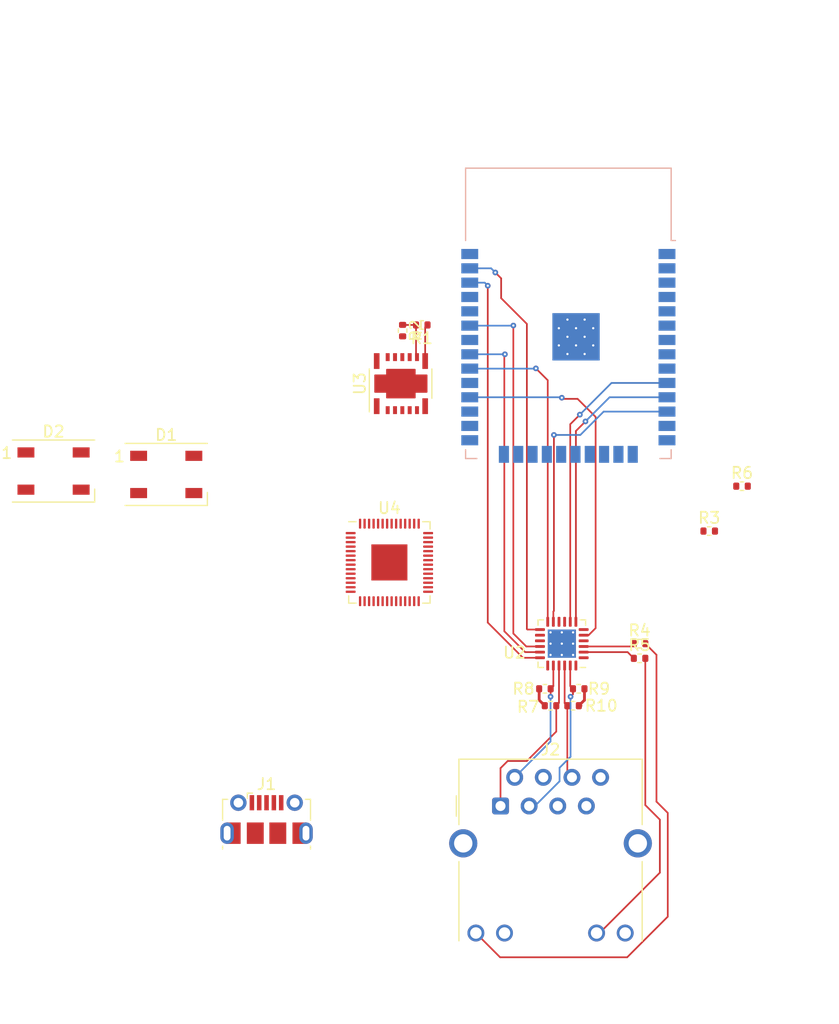
<source format=kicad_pcb>
(kicad_pcb (version 20221018) (generator pcbnew)
  (layers (0 "F.Cu" signal) (31 "B.Cu" signal) (34 "B.Paste" user) (35 "F.Paste" user) (36 "B.SilkS" user "B.Silkscreen") (37 "F.SilkS" user "F.Silkscreen") (38 "B.Mask" user) (39 "F.Mask" user) (44 "Edge.Cuts" user))
  (net 0 "")
  (net 15 "GND")
  (net 16 "+3V3")
  (net 17 "/RST")
  (net 18 "/I34")
  (net 19 "/I35_RX1")
  (net 20 "/IO32_TX1")
  (net 21 "/IO33")
  (net 22 "/RXD0")
  (net 23 "/RXD1")
  (net 24 "/CRS")
  (net 25 "/SPI_CLK")
  (net 26 "/SPI_MISO")
  (net 27 "/SPI_MOSI")
  (net 28 "/SPI_CS")
  (net 29 "/IO2")
  (net 30 "/BOOT_MODE")
  (net 31 "/CLK50")
  (net 32 "/MDIO")
  (net 33 "/TXD0")
  (net 34 "/TX_EN")
  (net 35 "/TXD1")
  (net 36 "/MDC")
  (net 38 "Net-(U2-VDDCR)")
  (net 41 "Net-(D1-DOUT)")
  (net 43 "Net-(U2-TXP)")
  (net 44 "Net-(U2-TXN)")
  (net 45 "Net-(U2-RXP)")
  (net 46 "Net-(U2-RXN)")
  (net 48 "Net-(J2-Pad9)")
  (net 49 "Net-(J2-Pad11)")
  (net 50 "Net-(U2-LED2{slash}~{INTSEL})")
  (net 51 "Net-(U2-LED1{slash}REGOFF)")
  (net 52 "Net-(U2-RBIAS)")
  (net 53 "Net-(U4-IOVDD-Pad1)")
  (net 73 "Net-(U4-DVDD-Pad23)")
  (net 102 "Net-(C4-Pad1)")
  (net 103 "Net-(U3-FB)")
  (net 104 "Net-(U3-PG)")
  (net 111 "/VIN")
  (net 113 "Net-(J1-D-)")
  (net 114 "Net-(J1-D+)")
  (footprint "Resistor_SMD:R_0402_1005Metric" (layer "F.Cu") (at 150.99 85.54)
    (fp_text reference "R6" (at 0 -1.17) (layer "F.SilkS"))
    (fp_text value "R")
    (fp_line (start -0.153641 -0.38) (end 0.153641 -0.38) (stroke (width 0.12)) (layer "F.SilkS"))
    (fp_line (start -0.153641 0.38) (end 0.153641 0.38) (stroke (width 0.12)) (layer "F.SilkS"))
    (pad "1" smd roundrect (at -0.51 0) (size 0.54 0.64) (layers "F.Cu" "F.Paste" "F.Mask") (net 52 "Net-(U2-RBIAS)"))
    (pad "2" smd roundrect (at 0.51 0) (size 0.54 0.64) (layers "F.Cu" "F.Paste" "F.Mask") (net 15 "GND"))
  )
  (footprint "Resistor_SMD:R_0402_1005Metric" (layer "F.Cu") (at 148.08 89.52)
    (fp_text reference "R3" (at 0 -1.17) (layer "F.SilkS"))
    (fp_text value "R")
    (fp_line (start -0.153641 -0.38) (end 0.153641 -0.38) (stroke (width 0.12)) (layer "F.SilkS"))
    (fp_line (start -0.153641 0.38) (end 0.153641 0.38) (stroke (width 0.12)) (layer "F.SilkS"))
    (pad "1" smd roundrect (at -0.51 0) (size 0.54 0.64) (layers "F.Cu" "F.Paste" "F.Mask") (net 102 "Net-(C4-Pad1)"))
    (pad "2" smd roundrect (at 0.51 0) (size 0.54 0.64) (layers "F.Cu" "F.Paste" "F.Mask") (net 104 "Net-(U3-PG)"))
  )
  (footprint "Resistor_SMD:R_0402_1005Metric" (layer "F.Cu") (at 141.9 100.8)
    (fp_text reference "R5" (at 0 -1.17) (layer "F.SilkS"))
    (fp_text value "R" hide)
    (fp_line (start -0.153641 -0.38) (end 0.153641 -0.38) (stroke (width 0.12)) (layer "F.SilkS"))
    (fp_line (start -0.153641 0.38) (end 0.153641 0.38) (stroke (width 0.12)) (layer "F.SilkS"))
    (pad "1" smd roundrect (at -0.51 0) (size 0.54 0.64) (layers "F.Cu" "F.Paste" "F.Mask") (net 50 "Net-(U2-LED2{slash}~{INTSEL})"))
    (pad "2" smd roundrect (at 0.51 0) (size 0.54 0.64) (layers "F.Cu" "F.Paste" "F.Mask") (net 49 "Net-(J2-Pad11)"))
  )
  (footprint "LED_SMD:LED_WS2812B_PLCC4_5.0x5.0mm_P3.2mm" (layer "F.Cu") (at 99.9 84.5)
    (fp_text reference "D1" (at 0 -3.5) (layer "F.SilkS"))
    (fp_text value "WS2812B")
    (fp_text user "1" (at -4.15 -1.6) (layer "F.SilkS"))
    (fp_line (start -3.65 -2.75) (end 3.65 -2.75) (stroke (width 0.12)) (layer "F.SilkS"))
    (fp_line (start -3.65 2.75) (end 3.65 2.75) (stroke (width 0.12)) (layer "F.SilkS"))
    (fp_line (start 3.65 2.75) (end 3.65 1.6) (stroke (width 0.12)) (layer "F.SilkS"))
    (pad "1" smd rect (at -2.45 -1.65) (size 1.5 0.9) (layers "F.Cu" "F.Paste" "F.Mask") (net 16 "+3V3"))
    (pad "2" smd rect (at -2.45 1.65) (size 1.5 0.9) (layers "F.Cu" "F.Paste" "F.Mask") (net 41 "Net-(D1-DOUT)"))
    (pad "3" smd rect (at 2.45 1.65) (size 1.5 0.9) (layers "F.Cu" "F.Paste" "F.Mask") (net 15 "GND"))
    (pad "4" smd rect (at 2.45 -1.65) (size 1.5 0.9) (layers "F.Cu" "F.Paste" "F.Mask") (net 29 "/IO2"))
  )
  (footprint "Connector_USB:USB_Micro-B_Molex-105017-0001" (layer "F.Cu") (at 108.8 115.0625)
    (fp_text reference "J1" (at 0 -3.1125) (layer "F.SilkS"))
    (fp_text value "USB_B_Micro")
    (fp_line (start -3.9 -1.7625) (end -3.45 -1.7625) (stroke (width 0.12)) (layer "F.SilkS"))
    (fp_line (start -3.9 0.0875) (end -3.9 -1.7625) (stroke (width 0.12)) (layer "F.SilkS"))
    (fp_line (start -3.9 2.6375) (end -3.9 2.3875) (stroke (width 0.12)) (layer "F.SilkS"))
    (fp_line (start -1.7 -2.3125) (end -1.7 -1.8625) (stroke (width 0.12)) (layer "F.SilkS"))
    (fp_line (start -1.7 -2.3125) (end -1.25 -2.3125) (stroke (width 0.12)) (layer "F.SilkS"))
    (fp_line (start 3.9 -1.7625) (end 3.45 -1.7625) (stroke (width 0.12)) (layer "F.SilkS"))
    (fp_line (start 3.9 0.0875) (end 3.9 -1.7625) (stroke (width 0.12)) (layer "F.SilkS"))
    (fp_line (start 3.9 2.6375) (end 3.9 2.3875) (stroke (width 0.12)) (layer "F.SilkS"))
    (pad "1" smd rect (at -1.3 -1.4625) (size 0.4 1.35) (layers "F.Cu" "F.Paste" "F.Mask"))
    (pad "2" smd rect (at -0.65 -1.4625) (size 0.4 1.35) (layers "F.Cu" "F.Paste" "F.Mask") (net 113 "Net-(J1-D-)"))
    (pad "3" smd rect (at 0 -1.4625) (size 0.4 1.35) (layers "F.Cu" "F.Paste" "F.Mask") (net 114 "Net-(J1-D+)"))
    (pad "4" smd rect (at 0.65 -1.4625) (size 0.4 1.35) (layers "F.Cu" "F.Paste" "F.Mask"))
    (pad "5" smd rect (at 1.3 -1.4625) (size 0.4 1.35) (layers "F.Cu" "F.Paste" "F.Mask"))
    (pad "6" thru_hole oval (at -3.5 1.2375 180) (size 1.2 1.9) (drill oval 0.6 1.3) (layers "*.Cu" "*.Mask"))
    (pad "6" smd rect (at -2.9 1.2375) (size 1.2 1.9) (layers "F.Cu" "F.Mask"))
    (pad "6" thru_hole circle (at -2.5 -1.4625) (size 1.45 1.45) (drill 0.85) (layers "*.Cu" "*.Mask"))
    (pad "6" smd rect (at -1 1.2375) (size 1.5 1.9) (layers "F.Cu" "F.Paste" "F.Mask"))
    (pad "6" smd rect (at 1 1.2375) (size 1.5 1.9) (layers "F.Cu" "F.Paste" "F.Mask"))
    (pad "6" thru_hole circle (at 2.5 -1.4625) (size 1.45 1.45) (drill 0.85) (layers "*.Cu" "*.Mask"))
    (pad "6" smd rect (at 2.9 1.2375) (size 1.2 1.9) (layers "F.Cu" "F.Mask"))
    (pad "6" thru_hole oval (at 3.5 1.2375) (size 1.2 1.9) (drill oval 0.6 1.3) (layers "*.Cu" "*.Mask"))
  )
  (footprint "Resistor_SMD:R_0402_1005Metric" (layer "F.Cu") (at 134 105 180)
    (fp_text reference "R7" (at 2 -0.1) (layer "F.SilkS"))
    (fp_text value "49.9" hide)
    (fp_line (start -0.153641 -0.38) (end 0.153641 -0.38) (stroke (width 0.12)) (layer "F.SilkS"))
    (fp_line (start -0.153641 0.38) (end 0.153641 0.38) (stroke (width 0.12)) (layer "F.SilkS"))
    (pad "1" smd roundrect (at -0.51 0 180) (size 0.54 0.64) (layers "F.Cu" "F.Paste" "F.Mask") (net 43 "Net-(U2-TXP)"))
    (pad "2" smd roundrect (at 0.51 0 180) (size 0.54 0.64) (layers "F.Cu" "F.Paste" "F.Mask") (net 16 "+3V3"))
  )
  (footprint "Resistor_SMD:R_0402_1005Metric" (layer "F.Cu") (at 136 105)
    (fp_text reference "R10" (at 2.5 0) (layer "F.SilkS"))
    (fp_text value "49.9" hide)
    (fp_line (start -0.153641 -0.38) (end 0.153641 -0.38) (stroke (width 0.12)) (layer "F.SilkS"))
    (fp_line (start -0.153641 0.38) (end 0.153641 0.38) (stroke (width 0.12)) (layer "F.SilkS"))
    (pad "1" smd roundrect (at -0.51 0) (size 0.54 0.64) (layers "F.Cu" "F.Paste" "F.Mask") (net 46 "Net-(U2-RXN)"))
    (pad "2" smd roundrect (at 0.51 0) (size 0.54 0.64) (layers "F.Cu" "F.Paste" "F.Mask") (net 16 "+3V3"))
  )
  (footprint "Package_DFN_QFN:VQFN-24-1EP_4x4mm_P0.5mm_EP2.5x2.5mm_ThermalVias" (layer "F.Cu") (at 135 99.5 180)
    (fp_text reference "U2" (at 4.2 -0.8) (layer "F.SilkS"))
    (fp_text value "LAN8720A")
    (fp_line (start -2.11 2.11) (end -2.11 1.635) (stroke (width 0.12)) (layer "F.SilkS"))
    (fp_line (start -1.635 -2.11) (end -2.11 -2.11) (stroke (width 0.12)) (layer "F.SilkS"))
    (fp_line (start -1.635 2.11) (end -2.11 2.11) (stroke (width 0.12)) (layer "F.SilkS"))
    (fp_line (start 1.635 -2.11) (end 2.11 -2.11) (stroke (width 0.12)) (layer "F.SilkS"))
    (fp_line (start 1.635 2.11) (end 2.11 2.11) (stroke (width 0.12)) (layer "F.SilkS"))
    (fp_line (start 2.11 -2.11) (end 2.11 -1.635) (stroke (width 0.12)) (layer "F.SilkS"))
    (fp_line (start 2.11 2.11) (end 2.11 1.635) (stroke (width 0.12)) (layer "F.SilkS"))
    (pad "1" smd roundrect (at -1.9375 -1.25 180) (size 0.875 0.25) (layers "F.Cu" "F.Paste" "F.Mask") (net 16 "+3V3"))
    (pad "2" smd roundrect (at -1.9375 -0.75 180) (size 0.875 0.25) (layers "F.Cu" "F.Paste" "F.Mask") (net 50 "Net-(U2-LED2{slash}~{INTSEL})"))
    (pad "3" smd roundrect (at -1.9375 -0.25 180) (size 0.875 0.25) (layers "F.Cu" "F.Paste" "F.Mask") (net 51 "Net-(U2-LED1{slash}REGOFF)"))
    (pad "4" smd roundrect (at -1.9375 0.25 180) (size 0.875 0.25) (layers "F.Cu" "F.Paste" "F.Mask"))
    (pad "5" smd roundrect (at -1.9375 0.75 180) (size 0.875 0.25) (layers "F.Cu" "F.Paste" "F.Mask") (net 31 "/CLK50"))
    (pad "6" smd roundrect (at -1.9375 1.25 180) (size 0.875 0.25) (layers "F.Cu" "F.Paste" "F.Mask") (net 38 "Net-(U2-VDDCR)"))
    (pad "7" smd roundrect (at -1.25 1.9375 180) (size 0.25 0.875) (layers "F.Cu" "F.Paste" "F.Mask") (net 23 "/RXD1"))
    (pad "8" smd roundrect (at -0.75 1.9375 180) (size 0.25 0.875) (layers "F.Cu" "F.Paste" "F.Mask") (net 22 "/RXD0"))
    (pad "9" smd roundrect (at -0.25 1.9375 180) (size 0.25 0.875) (layers "F.Cu" "F.Paste" "F.Mask") (net 16 "+3V3"))
    (pad "10" smd roundrect (at 0.25 1.9375 180) (size 0.25 0.875) (layers "F.Cu" "F.Paste" "F.Mask") (net 16 "+3V3"))
    (pad "11" smd roundrect (at 0.75 1.9375 180) (size 0.25 0.875) (layers "F.Cu" "F.Paste" "F.Mask") (net 24 "/CRS"))
    (pad "12" smd roundrect (at 1.25 1.9375 180) (size 0.25 0.875) (layers "F.Cu" "F.Paste" "F.Mask") (net 32 "/MDIO"))
    (pad "13" smd roundrect (at 1.9375 1.25 180) (size 0.875 0.25) (layers "F.Cu" "F.Paste" "F.Mask") (net 36 "/MDC"))
    (pad "14" smd roundrect (at 1.9375 0.75 180) (size 0.875 0.25) (layers "F.Cu" "F.Paste" "F.Mask"))
    (pad "15" smd roundrect (at 1.9375 0.25 180) (size 0.875 0.25) (layers "F.Cu" "F.Paste" "F.Mask"))
    (pad "16" smd roundrect (at 1.9375 -0.25 180) (size 0.875 0.25) (layers "F.Cu" "F.Paste" "F.Mask") (net 34 "/TX_EN"))
    (pad "17" smd roundrect (at 1.9375 -0.75 180) (size 0.875 0.25) (layers "F.Cu" "F.Paste" "F.Mask") (net 33 "/TXD0"))
    (pad "18" smd roundrect (at 1.9375 -1.25 180) (size 0.875 0.25) (layers "F.Cu" "F.Paste" "F.Mask") (net 35 "/TXD1"))
    (pad "19" smd roundrect (at 1.25 -1.9375 180) (size 0.25 0.875) (layers "F.Cu" "F.Paste" "F.Mask") (net 16 "+3V3"))
    (pad "20" smd roundrect (at 0.75 -1.9375 180) (size 0.25 0.875) (layers "F.Cu" "F.Paste" "F.Mask") (net 44 "Net-(U2-TXN)"))
    (pad "21" smd roundrect (at 0.25 -1.9375 180) (size 0.25 0.875) (layers "F.Cu" "F.Paste" "F.Mask") (net 43 "Net-(U2-TXP)"))
    (pad "22" smd roundrect (at -0.25 -1.9375 180) (size 0.25 0.875) (layers "F.Cu" "F.Paste" "F.Mask") (net 46 "Net-(U2-RXN)"))
    (pad "23" smd roundrect (at -0.75 -1.9375 180) (size 0.25 0.875) (layers "F.Cu" "F.Paste" "F.Mask") (net 45 "Net-(U2-RXP)"))
    (pad "24" smd roundrect (at -1.25 -1.9375 180) (size 0.25 0.875) (layers "F.Cu" "F.Paste" "F.Mask") (net 52 "Net-(U2-RBIAS)"))
    (pad "25" thru_hole circle (at -1 -1 180) (size 0.5 0.5) (drill 0.2) (layers "*.Cu") (net 15 "GND"))
    (pad "25" thru_hole circle (at -1 0 180) (size 0.5 0.5) (drill 0.2) (layers "*.Cu") (net 15 "GND"))
    (pad "25" thru_hole circle (at -1 1 180) (size 0.5 0.5) (drill 0.2) (layers "*.Cu") (net 15 "GND"))
    (pad "25" thru_hole circle (at 0 -1 180) (size 0.5 0.5) (drill 0.2) (layers "*.Cu") (net 15 "GND"))
    (pad "25" thru_hole circle (at 0 0 180) (size 0.5 0.5) (drill 0.2) (layers "*.Cu") (net 15 "GND"))
    (pad "25" smd rect (at 0 0 180) (size 2.5 2.5) (layers "F.Cu" "F.Mask") (net 15 "GND"))
    (pad "25" smd rect (at 0 0 180) (size 2.5 2.5) (layers "B.Cu") (net 15 "GND"))
    (pad "25" thru_hole circle (at 0 1 180) (size 0.5 0.5) (drill 0.2) (layers "*.Cu") (net 15 "GND"))
    (pad "25" thru_hole circle (at 1 -1 180) (size 0.5 0.5) (drill 0.2) (layers "*.Cu") (net 15 "GND"))
    (pad "25" thru_hole circle (at 1 0 180) (size 0.5 0.5) (drill 0.2) (layers "*.Cu") (net 15 "GND"))
    (pad "25" thru_hole circle (at 1 1 180) (size 0.5 0.5) (drill 0.2) (layers "*.Cu") (net 15 "GND"))
  )
  (footprint "omodri:B3QFN_15" (layer "F.Cu") (at 120.72 76.45 90)
    (fp_text reference "U3" (at 0 -3.65 90 unlocked) (layer "F.SilkS"))
    (fp_text value "TPSM560R6" hide)
    (fp_line (start -2.5 -2.8) (end 1.3 -2.8) (stroke (width 0.12)) (layer "F.SilkS"))
    (fp_line (start -1.3 2.75) (end 1.3 2.75) (stroke (width 0.12)) (layer "F.SilkS"))
    (pad "1" smd rect (at -2 -2.145 90) (size 1.4 0.5) (layers "F.Cu" "F.Paste" "F.Mask") (net 111 "/VIN"))
    (pad "2" smd rect (at -2.35 -1.17 90) (size 0.7 0.35) (layers "F.Cu" "F.Paste" "F.Mask") (net 111 "/VIN"))
    (pad "3" smd rect (at -2.35 -0.52 90) (size 0.7 0.35) (layers "F.Cu" "F.Paste" "F.Mask"))
    (pad "4" smd rect (at -2.35 0.13 90) (size 0.7 0.35) (layers "F.Cu" "F.Paste" "F.Mask"))
    (pad "5" smd rect (at -2.35 0.78 90) (size 0.7 0.35) (layers "F.Cu" "F.Paste" "F.Mask"))
    (pad "6" smd rect (at -2.35 1.43 90) (size 0.7 0.35) (layers "F.Cu" "F.Paste" "F.Mask"))
    (pad "7" smd rect (at -2 2.155 90) (size 1.4 0.5) (layers "F.Cu" "F.Paste" "F.Mask") (net 102 "Net-(C4-Pad1)"))
    (pad "8" smd rect (at 2 2.155 90) (size 1.4 0.5) (layers "F.Cu" "F.Paste" "F.Mask") (net 102 "Net-(C4-Pad1)"))
    (pad "9" smd rect (at 2.35 1.43 90) (size 0.7 0.35) (layers "F.Cu" "F.Paste" "F.Mask") (net 103 "Net-(U3-FB)"))
    (pad "10" smd rect (at 2.35 0.78 90) (size 0.7 0.35) (layers "F.Cu" "F.Paste" "F.Mask") (net 15 "GND"))
    (pad "11" smd rect (at 2.35 0.13 90) (size 0.7 0.35) (layers "F.Cu" "F.Paste" "F.Mask"))
    (pad "12" smd rect (at 2.35 -0.52 90) (size 0.7 0.35) (layers "F.Cu" "F.Paste" "F.Mask") (net 104 "Net-(U3-PG)"))
    (pad "13" smd rect (at 2.35 -1.17 90) (size 0.7 0.35) (layers "F.Cu" "F.Paste" "F.Mask"))
    (pad "14" smd rect (at 2 -2.145 90) (size 1.4 0.5) (layers "F.Cu" "F.Paste" "F.Mask") (net 111 "/VIN"))
    (pad "15" smd custom (at 0 0 90) (size 1.5 4.6) (layers "F.Cu" "F.Mask") (net 15 "GND") (options (clearance outline) (anchor rect)) (primitives (gr_poly (pts (xy -0.75 -2.3) (xy 0.75 -2.3) (xy 0.75 -1.25) (xy 1.25 -1.25) (xy 1.25 1.25) (xy 0.75 1.25) (xy 0.75 2.3) (xy -0.75 2.3) (xy -0.75 1.25) (xy -1.25 1.25) (xy -1.25 -1.25) (xy -0.75 -1.25)) (width 0.12) (fill yes))))
  )
  (footprint "Resistor_SMD:R_0402_1005Metric" (layer "F.Cu") (at 141.9 99.5)
    (fp_text reference "R4" (at 0 -1.17) (layer "F.SilkS"))
    (fp_text value "R")
    (fp_line (start -0.153641 -0.38) (end 0.153641 -0.38) (stroke (width 0.12)) (layer "F.SilkS"))
    (fp_line (start -0.153641 0.38) (end 0.153641 0.38) (stroke (width 0.12)) (layer "F.SilkS"))
    (pad "1" smd roundrect (at -0.51 0) (size 0.54 0.64) (layers "F.Cu" "F.Paste" "F.Mask") (net 51 "Net-(U2-LED1{slash}REGOFF)"))
    (pad "2" smd roundrect (at 0.51 0) (size 0.54 0.64) (layers "F.Cu" "F.Paste" "F.Mask") (net 48 "Net-(J2-Pad9)"))
  )
  (footprint "LED_SMD:LED_WS2812B_PLCC4_5.0x5.0mm_P3.2mm" (layer "F.Cu") (at 89.9 84.2)
    (fp_text reference "D2" (at 0 -3.5) (layer "F.SilkS"))
    (fp_text value "WS2812B")
    (fp_text user "1" (at -4.15 -1.6) (layer "F.SilkS"))
    (fp_line (start -3.65 -2.75) (end 3.65 -2.75) (stroke (width 0.12)) (layer "F.SilkS"))
    (fp_line (start -3.65 2.75) (end 3.65 2.75) (stroke (width 0.12)) (layer "F.SilkS"))
    (fp_line (start 3.65 2.75) (end 3.65 1.6) (stroke (width 0.12)) (layer "F.SilkS"))
    (pad "1" smd rect (at -2.45 -1.65) (size 1.5 0.9) (layers "F.Cu" "F.Paste" "F.Mask") (net 16 "+3V3"))
    (pad "2" smd rect (at -2.45 1.65) (size 1.5 0.9) (layers "F.Cu" "F.Paste" "F.Mask"))
    (pad "3" smd rect (at 2.45 1.65) (size 1.5 0.9) (layers "F.Cu" "F.Paste" "F.Mask") (net 15 "GND"))
    (pad "4" smd rect (at 2.45 -1.65) (size 1.5 0.9) (layers "F.Cu" "F.Paste" "F.Mask") (net 41 "Net-(D1-DOUT)"))
  )
  (footprint "Package_DFN_QFN:QFN-56-1EP_7x7mm_P0.4mm_EP3.2x3.2mm" (layer "F.Cu") (at 119.7 92.3)
    (fp_text reference "U4" (at 0 -4.82) (layer "F.SilkS"))
    (fp_text value "RP2040")
    (fp_line (start -3.61 3.61) (end -3.61 2.96) (stroke (width 0.12)) (layer "F.SilkS"))
    (fp_line (start -2.96 -3.61) (end -3.61 -3.61) (stroke (width 0.12)) (layer "F.SilkS"))
    (fp_line (start -2.96 3.61) (end -3.61 3.61) (stroke (width 0.12)) (layer "F.SilkS"))
    (fp_line (start 2.96 -3.61) (end 3.61 -3.61) (stroke (width 0.12)) (layer "F.SilkS"))
    (fp_line (start 2.96 3.61) (end 3.61 3.61) (stroke (width 0.12)) (layer "F.SilkS"))
    (fp_line (start 3.61 -3.61) (end 3.61 -2.96) (stroke (width 0.12)) (layer "F.SilkS"))
    (fp_line (start 3.61 3.61) (end 3.61 2.96) (stroke (width 0.12)) (layer "F.SilkS"))
    (pad "1" smd roundrect (at -3.4375 -2.6) (size 0.875 0.2) (layers "F.Cu" "F.Paste" "F.Mask") (net 53 "Net-(U4-IOVDD-Pad1)"))
    (pad "2" smd roundrect (at -3.4375 -2.2) (size 0.875 0.2) (layers "F.Cu" "F.Paste" "F.Mask"))
    (pad "3" smd roundrect (at -3.4375 -1.8) (size 0.875 0.2) (layers "F.Cu" "F.Paste" "F.Mask"))
    (pad "4" smd roundrect (at -3.4375 -1.4) (size 0.875 0.2) (layers "F.Cu" "F.Paste" "F.Mask"))
    (pad "5" smd roundrect (at -3.4375 -1) (size 0.875 0.2) (layers "F.Cu" "F.Paste" "F.Mask"))
    (pad "6" smd roundrect (at -3.4375 -0.6) (size 0.875 0.2) (layers "F.Cu" "F.Paste" "F.Mask"))
    (pad "7" smd roundrect (at -3.4375 -0.2) (size 0.875 0.2) (layers "F.Cu" "F.Paste" "F.Mask"))
    (pad "8" smd roundrect (at -3.4375 0.2) (size 0.875 0.2) (layers "F.Cu" "F.Paste" "F.Mask"))
    (pad "9" smd roundrect (at -3.4375 0.6) (size 0.875 0.2) (layers "F.Cu" "F.Paste" "F.Mask"))
    (pad "10" smd roundrect (at -3.4375 1) (size 0.875 0.2) (layers "F.Cu" "F.Paste" "F.Mask") (net 53 "Net-(U4-IOVDD-Pad1)"))
    (pad "11" smd roundrect (at -3.4375 1.4) (size 0.875 0.2) (layers "F.Cu" "F.Paste" "F.Mask"))
    (pad "12" smd roundrect (at -3.4375 1.8) (size 0.875 0.2) (layers "F.Cu" "F.Paste" "F.Mask"))
    (pad "13" smd roundrect (at -3.4375 2.2) (size 0.875 0.2) (layers "F.Cu" "F.Paste" "F.Mask"))
    (pad "14" smd roundrect (at -3.4375 2.6) (size 0.875 0.2) (layers "F.Cu" "F.Paste" "F.Mask"))
    (pad "15" smd roundrect (at -2.6 3.4375) (size 0.2 0.875) (layers "F.Cu" "F.Paste" "F.Mask"))
    (pad "16" smd roundrect (at -2.2 3.4375) (size 0.2 0.875) (layers "F.Cu" "F.Paste" "F.Mask"))
    (pad "17" smd roundrect (at -1.8 3.4375) (size 0.2 0.875) (layers "F.Cu" "F.Paste" "F.Mask"))
    (pad "18" smd roundrect (at -1.4 3.4375) (size 0.2 0.875) (layers "F.Cu" "F.Paste" "F.Mask"))
    (pad "19" smd roundrect (at -1 3.4375) (size 0.2 0.875) (layers "F.Cu" "F.Paste" "F.Mask"))
    (pad "20" smd roundrect (at -0.6 3.4375) (size 0.2 0.875) (layers "F.Cu" "F.Paste" "F.Mask"))
    (pad "21" smd roundrect (at -0.2 3.4375) (size 0.2 0.875) (layers "F.Cu" "F.Paste" "F.Mask"))
    (pad "22" smd roundrect (at 0.2 3.4375) (size 0.2 0.875) (layers "F.Cu" "F.Paste" "F.Mask") (net 53 "Net-(U4-IOVDD-Pad1)"))
    (pad "23" smd roundrect (at 0.6 3.4375) (size 0.2 0.875) (layers "F.Cu" "F.Paste" "F.Mask") (net 73 "Net-(U4-DVDD-Pad23)"))
    (pad "24" smd roundrect (at 1 3.4375) (size 0.2 0.875) (layers "F.Cu" "F.Paste" "F.Mask"))
    (pad "25" smd roundrect (at 1.4 3.4375) (size 0.2 0.875) (layers "F.Cu" "F.Paste" "F.Mask"))
    (pad "26" smd roundrect (at 1.8 3.4375) (size 0.2 0.875) (layers "F.Cu" "F.Paste" "F.Mask"))
    (pad "27" smd roundrect (at 2.2 3.4375) (size 0.2 0.875) (layers "F.Cu" "F.Paste" "F.Mask"))
    (pad "28" smd roundrect (at 2.6 3.4375) (size 0.2 0.875) (layers "F.Cu" "F.Paste" "F.Mask"))
    (pad "29" smd roundrect (at 3.4375 2.6) (size 0.875 0.2) (layers "F.Cu" "F.Paste" "F.Mask"))
    (pad "30" smd roundrect (at 3.4375 2.2) (size 0.875 0.2) (layers "F.Cu" "F.Paste" "F.Mask"))
    (pad "31" smd roundrect (at 3.4375 1.8) (size 0.875 0.2) (layers "F.Cu" "F.Paste" "F.Mask"))
    (pad "32" smd roundrect (at 3.4375 1.4) (size 0.875 0.2) (layers "F.Cu" "F.Paste" "F.Mask"))
    (pad "33" smd roundrect (at 3.4375 1) (size 0.875 0.2) (layers "F.Cu" "F.Paste" "F.Mask") (net 53 "Net-(U4-IOVDD-Pad1)"))
    (pad "34" smd roundrect (at 3.4375 0.6) (size 0.875 0.2) (layers "F.Cu" "F.Paste" "F.Mask"))
    (pad "35" smd roundrect (at 3.4375 0.2) (size 0.875 0.2) (layers "F.Cu" "F.Paste" "F.Mask"))
    (pad "36" smd roundrect (at 3.4375 -0.2) (size 0.875 0.2) (layers "F.Cu" "F.Paste" "F.Mask"))
    (pad "37" smd roundrect (at 3.4375 -0.6) (size 0.875 0.2) (layers "F.Cu" "F.Paste" "F.Mask"))
    (pad "38" smd roundrect (at 3.4375 -1) (size 0.875 0.2) (layers "F.Cu" "F.Paste" "F.Mask"))
    (pad "39" smd roundrect (at 3.4375 -1.4) (size 0.875 0.2) (layers "F.Cu" "F.Paste" "F.Mask"))
    (pad "40" smd roundrect (at 3.4375 -1.8) (size 0.875 0.2) (layers "F.Cu" "F.Paste" "F.Mask"))
    (pad "41" smd roundrect (at 3.4375 -2.2) (size 0.875 0.2) (layers "F.Cu" "F.Paste" "F.Mask"))
    (pad "42" smd roundrect (at 3.4375 -2.6) (size 0.875 0.2) (layers "F.Cu" "F.Paste" "F.Mask") (net 53 "Net-(U4-IOVDD-Pad1)"))
    (pad "43" smd roundrect (at 2.6 -3.4375) (size 0.2 0.875) (layers "F.Cu" "F.Paste" "F.Mask"))
    (pad "44" smd roundrect (at 2.2 -3.4375) (size 0.2 0.875) (layers "F.Cu" "F.Paste" "F.Mask"))
    (pad "45" smd roundrect (at 1.8 -3.4375) (size 0.2 0.875) (layers "F.Cu" "F.Paste" "F.Mask"))
    (pad "46" smd roundrect (at 1.4 -3.4375) (size 0.2 0.875) (layers "F.Cu" "F.Paste" "F.Mask") (net 113 "Net-(J1-D-)"))
    (pad "47" smd roundrect (at 1 -3.4375) (size 0.2 0.875) (layers "F.Cu" "F.Paste" "F.Mask") (net 114 "Net-(J1-D+)"))
    (pad "48" smd roundrect (at 0.6 -3.4375) (size 0.2 0.875) (layers "F.Cu" "F.Paste" "F.Mask"))
    (pad "49" smd roundrect (at 0.2 -3.4375) (size 0.2 0.875) (layers "F.Cu" "F.Paste" "F.Mask") (net 53 "Net-(U4-IOVDD-Pad1)"))
    (pad "50" smd roundrect (at -0.2 -3.4375) (size 0.2 0.875) (layers "F.Cu" "F.Paste" "F.Mask") (net 73 "Net-(U4-DVDD-Pad23)"))
    (pad "51" smd roundrect (at -0.6 -3.4375) (size 0.2 0.875) (layers "F.Cu" "F.Paste" "F.Mask"))
    (pad "52" smd roundrect (at -1 -3.4375) (size 0.2 0.875) (layers "F.Cu" "F.Paste" "F.Mask"))
    (pad "53" smd roundrect (at -1.4 -3.4375) (size 0.2 0.875) (layers "F.Cu" "F.Paste" "F.Mask"))
    (pad "54" smd roundrect (at -1.8 -3.4375) (size 0.2 0.875) (layers "F.Cu" "F.Paste" "F.Mask"))
    (pad "55" smd roundrect (at -2.2 -3.4375) (size 0.2 0.875) (layers "F.Cu" "F.Paste" "F.Mask"))
    (pad "56" smd roundrect (at -2.6 -3.4375) (size 0.2 0.875) (layers "F.Cu" "F.Paste" "F.Mask"))
    (pad "57" smd rect (at 0 0) (size 3.2 3.2) (layers "F.Cu" "F.Mask"))
  )
  (footprint "Resistor_SMD:R_0402_1005Metric" (layer "F.Cu") (at 122.575 71.25 180)
    (fp_text reference "R1" (at 0 -1.17) (layer "F.SilkS"))
    (fp_text value "R")
    (fp_line (start -0.153641 -0.38) (end 0.153641 -0.38) (stroke (width 0.12)) (layer "F.SilkS"))
    (fp_line (start -0.153641 0.38) (end 0.153641 0.38) (stroke (width 0.12)) (layer "F.SilkS"))
    (pad "1" smd roundrect (at -0.51 0 180) (size 0.54 0.64) (layers "F.Cu" "F.Paste" "F.Mask") (net 102 "Net-(C4-Pad1)"))
    (pad "2" smd roundrect (at 0.51 0 180) (size 0.54 0.64) (layers "F.Cu" "F.Paste" "F.Mask") (net 103 "Net-(U3-FB)"))
  )
  (footprint "Resistor_SMD:R_0402_1005Metric" (layer "F.Cu") (at 133.5 103.5 180)
    (fp_text reference "R8" (at 1.9 0) (layer "F.SilkS"))
    (fp_text value "49.9" hide)
    (fp_line (start -0.153641 -0.38) (end 0.153641 -0.38) (stroke (width 0.12)) (layer "F.SilkS"))
    (fp_line (start -0.153641 0.38) (end 0.153641 0.38) (stroke (width 0.12)) (layer "F.SilkS"))
    (pad "1" smd roundrect (at -0.51 0 180) (size 0.54 0.64) (layers "F.Cu" "F.Paste" "F.Mask") (net 44 "Net-(U2-TXN)"))
    (pad "2" smd roundrect (at 0.51 0 180) (size 0.54 0.64) (layers "F.Cu" "F.Paste" "F.Mask") (net 16 "+3V3"))
  )
  (footprint "Resistor_SMD:R_0402_1005Metric" (layer "F.Cu") (at 120.875 71.75 -90)
    (fp_text reference "R2" (at 0 -1.17 90) (layer "F.SilkS"))
    (fp_text value "R")
    (fp_line (start -0.153641 -0.38) (end 0.153641 -0.38) (stroke (width 0.12)) (layer "F.SilkS"))
    (fp_line (start -0.153641 0.38) (end 0.153641 0.38) (stroke (width 0.12)) (layer "F.SilkS"))
    (pad "1" smd roundrect (at -0.51 0 270) (size 0.54 0.64) (layers "F.Cu" "F.Paste" "F.Mask") (net 103 "Net-(U3-FB)"))
    (pad "2" smd roundrect (at 0.51 0 270) (size 0.54 0.64) (layers "F.Cu" "F.Paste" "F.Mask") (net 15 "GND"))
  )
  (footprint "Connector_RJ:RJ45_Hanrun_HR911105A_Horizontal" (layer "F.Cu") (at 129.56 113.89)
    (fp_text reference "J2" (at 4.44 -5) (layer "F.SilkS"))
    (fp_text value "RJ45_LED_Shielded")
    (fp_line (start -3.92 -0.9) (end -3.92 0.9) (stroke (width 0.12)) (layer "F.SilkS"))
    (fp_line (start -3.69 -4.15) (end -3.69 1.65) (stroke (width 0.12)) (layer "F.SilkS"))
    (fp_line (start -3.69 -4.15) (end 12.57 -4.15) (stroke (width 0.12)) (layer "F.SilkS"))
    (fp_line (start -3.69 4.93) (end -3.69 11.95) (stroke (width 0.12)) (layer "F.SilkS"))
    (fp_line (start 12.57 -4.15) (end 12.57 1.65) (stroke (width 0.12)) (layer "F.SilkS"))
    (fp_line (start 12.57 4.93) (end 12.57 11.95) (stroke (width 0.12)) (layer "F.SilkS"))
    (pad "" np_thru_hole circle (at -1.275 6.36) (size 3.25 3.25) (drill 3.25) (layers "*.Cu" "*.Mask"))
    (pad "" np_thru_hole circle (at 10.155 6.36) (size 3.25 3.25) (drill 3.25) (layers "*.Cu" "*.Mask"))
    (pad "1" thru_hole roundrect (at 0 0) (size 1.5 1.5) (drill 0.89) (layers "*.Cu" "*.Mask") (roundrect_rratio 0.167) (net 43 "Net-(U2-TXP)"))
    (pad "2" thru_hole circle (at 1.26 -2.54) (size 1.5 1.5) (drill 0.89) (layers "*.Cu" "*.Mask") (net 44 "Net-(U2-TXN)"))
    (pad "3" thru_hole circle (at 2.54 0) (size 1.5 1.5) (drill 0.89) (layers "*.Cu" "*.Mask") (net 45 "Net-(U2-RXP)"))
    (pad "4" thru_hole circle (at 3.8 -2.54) (size 1.5 1.5) (drill 0.89) (layers "*.Cu" "*.Mask") (net 16 "+3V3"))
    (pad "5" thru_hole circle (at 5.08 0) (size 1.5 1.5) (drill 0.89) (layers "*.Cu" "*.Mask") (net 16 "+3V3"))
    (pad "6" thru_hole circle (at 6.34 -2.54) (size 1.5 1.5) (drill 0.89) (layers "*.Cu" "*.Mask") (net 46 "Net-(U2-RXN)"))
    (pad "7" thru_hole circle (at 7.62 0) (size 1.5 1.5) (drill 0.89) (layers "*.Cu" "*.Mask"))
    (pad "8" thru_hole circle (at 8.88 -2.54) (size 1.5 1.5) (drill 0.89) (layers "*.Cu" "*.Mask") (net 15 "GND"))
    (pad "9" thru_hole circle (at -2.185 11.26) (size 1.5 1.5) (drill 1.02) (layers "*.Cu" "*.Mask") (net 48 "Net-(J2-Pad9)"))
    (pad "10" thru_hole circle (at 0.355 11.26) (size 1.5 1.5) (drill 1.02) (layers "*.Cu" "*.Mask") (net 16 "+3V3"))
    (pad "11" thru_hole circle (at 8.525 11.26) (size 1.5 1.5) (drill 1.02) (layers "*.Cu" "*.Mask") (net 49 "Net-(J2-Pad11)"))
    (pad "12" thru_hole circle (at 11.065 11.26) (size 1.5 1.5) (drill 1.02) (layers "*.Cu" "*.Mask") (net 16 "+3V3"))
    (pad "SH" thru_hole circle (at -3.305 3.31) (size 2.5 2.5) (drill 1.63) (layers "*.Cu" "*.Mask") (net 15 "GND"))
    (pad "SH" thru_hole circle (at 12.185 3.31) (size 2.5 2.5) (drill 1.63) (layers "*.Cu" "*.Mask") (net 15 "GND"))
  )
  (footprint "Resistor_SMD:R_0402_1005Metric" (layer "F.Cu") (at 136.5 103.5)
    (fp_text reference "R9" (at 1.8 0) (layer "F.SilkS"))
    (fp_text value "49.9" hide)
    (fp_line (start -0.153641 -0.38) (end 0.153641 -0.38) (stroke (width 0.12)) (layer "F.SilkS"))
    (fp_line (start -0.153641 0.38) (end 0.153641 0.38) (stroke (width 0.12)) (layer "F.SilkS"))
    (pad "1" smd roundrect (at -0.51 0) (size 0.54 0.64) (layers "F.Cu" "F.Paste" "F.Mask") (net 45 "Net-(U2-RXP)"))
    (pad "2" smd roundrect (at 0.51 0) (size 0.54 0.64) (layers "F.Cu" "F.Paste" "F.Mask") (net 16 "+3V3"))
  )
  (footprint "RF_Module:ESP32-WROOM-32" (layer "B.Cu") (at 135.5825 73.21 180)
    (fp_text reference "U1" hide)
    (fp_text value "ESP32-WROOM-32")
    (fp_line (start -9.12 -9.88) (end -8.12 -9.88) (stroke (width 0.12)) (layer "B.SilkS"))
    (fp_line (start -9.12 -9.1) (end -9.12 -9.88) (stroke (width 0.12)) (layer "B.SilkS"))
    (fp_line (start -9.12 9.445) (end -9.5 9.445) (stroke (width 0.12)) (layer "B.SilkS"))
    (fp_line (start -9.12 15.86) (end -9.12 9.445) (stroke (width 0.12)) (layer "B.SilkS"))
    (fp_line (start -9.12 15.86) (end 9.12 15.86) (stroke (width 0.12)) (layer "B.SilkS"))
    (fp_line (start 9.12 -9.88) (end 8.12 -9.88) (stroke (width 0.12)) (layer "B.SilkS"))
    (fp_line (start 9.12 -9.1) (end 9.12 -9.88) (stroke (width 0.12)) (layer "B.SilkS"))
    (fp_line (start 9.12 15.86) (end 9.12 9.445) (stroke (width 0.12)) (layer "B.SilkS"))
    (pad "1" smd rect (at -8.75 8.25 180) (size 1.5 0.9) (layers "B.Cu" "B.Paste" "B.Mask") (net 15 "GND"))
    (pad "2" smd rect (at -8.75 6.98 180) (size 1.5 0.9) (layers "B.Cu" "B.Paste" "B.Mask") (net 16 "+3V3"))
    (pad "3" smd rect (at -8.75 5.71 180) (size 1.5 0.9) (layers "B.Cu" "B.Paste" "B.Mask") (net 17 "/RST"))
    (pad "4" smd rect (at -8.75 4.44 180) (size 1.5 0.9) (layers "B.Cu" "B.Paste" "B.Mask"))
    (pad "5" smd rect (at -8.75 3.17 180) (size 1.5 0.9) (layers "B.Cu" "B.Paste" "B.Mask"))
    (pad "6" smd rect (at -8.75 1.9 180) (size 1.5 0.9) (layers "B.Cu" "B.Paste" "B.Mask") (net 18 "/I34"))
    (pad "7" smd rect (at -8.75 0.63 180) (size 1.5 0.9) (layers "B.Cu" "B.Paste" "B.Mask") (net 19 "/I35_RX1"))
    (pad "8" smd rect (at -8.75 -0.64 180) (size 1.5 0.9) (layers "B.Cu" "B.Paste" "B.Mask") (net 20 "/IO32_TX1"))
    (pad "9" smd rect (at -8.75 -1.91 180) (size 1.5 0.9) (layers "B.Cu" "B.Paste" "B.Mask") (net 21 "/IO33"))
    (pad "10" smd rect (at -8.75 -3.18 180) (size 1.5 0.9) (layers "B.Cu" "B.Paste" "B.Mask") (net 22 "/RXD0"))
    (pad "11" smd rect (at -8.75 -4.45 180) (size 1.5 0.9) (layers "B.Cu" "B.Paste" "B.Mask") (net 23 "/RXD1"))
    (pad "12" smd rect (at -8.75 -5.72 180) (size 1.5 0.9) (layers "B.Cu" "B.Paste" "B.Mask") (net 24 "/CRS"))
    (pad "13" smd rect (at -8.75 -6.99 180) (size 1.5 0.9) (layers "B.Cu" "B.Paste" "B.Mask") (net 25 "/SPI_CLK"))
    (pad "14" smd rect (at -8.75 -8.26 180) (size 1.5 0.9) (layers "B.Cu" "B.Paste" "B.Mask") (net 26 "/SPI_MISO"))
    (pad "15" smd rect (at -5.71 -9.51 90) (size 1.5 0.9) (layers "B.Cu" "B.Paste" "B.Mask") (net 15 "GND"))
    (pad "16" smd rect (at -4.44 -9.51 90) (size 1.5 0.9) (layers "B.Cu" "B.Paste" "B.Mask") (net 27 "/SPI_MOSI"))
    (pad "17" smd rect (at -3.17 -9.51 90) (size 1.5 0.9) (layers "B.Cu" "B.Paste" "B.Mask"))
    (pad "18" smd rect (at -1.9 -9.51 90) (size 1.5 0.9) (layers "B.Cu" "B.Paste" "B.Mask"))
    (pad "19" smd rect (at -0.63 -9.51 90) (size 1.5 0.9) (layers "B.Cu" "B.Paste" "B.Mask"))
    (pad "20" smd rect (at 0.64 -9.51 90) (size 1.5 0.9) (layers "B.Cu" "B.Paste" "B.Mask"))
    (pad "21" smd rect (at 1.91 -9.51 90) (size 1.5 0.9) (layers "B.Cu" "B.Paste" "B.Mask"))
    (pad "22" smd rect (at 3.18 -9.51 90) (size 1.5 0.9) (layers "B.Cu" "B.Paste" "B.Mask"))
    (pad "23" smd rect (at 4.45 -9.51 90) (size 1.5 0.9) (layers "B.Cu" "B.Paste" "B.Mask") (net 28 "/SPI_CS"))
    (pad "24" smd rect (at 5.72 -9.51 90) (size 1.5 0.9) (layers "B.Cu" "B.Paste" "B.Mask") (net 29 "/IO2"))
    (pad "25" smd rect (at 8.75 -8.26 180) (size 1.5 0.9) (layers "B.Cu" "B.Paste" "B.Mask") (net 30 "/BOOT_MODE"))
    (pad "26" smd rect (at 8.75 -6.99 180) (size 1.5 0.9) (layers "B.Cu" "B.Paste" "B.Mask"))
    (pad "27" smd rect (at 8.75 -5.72 180) (size 1.5 0.9) (layers "B.Cu" "B.Paste" "B.Mask"))
    (pad "28" smd rect (at 8.75 -4.45 180) (size 1.5 0.9) (layers "B.Cu" "B.Paste" "B.Mask") (net 31 "/CLK50"))
    (pad "29" smd rect (at 8.75 -3.18 180) (size 1.5 0.9) (layers "B.Cu" "B.Paste" "B.Mask"))
    (pad "30" smd rect (at 8.75 -1.91 180) (size 1.5 0.9) (layers "B.Cu" "B.Paste" "B.Mask") (net 32 "/MDIO"))
    (pad "31" smd rect (at 8.75 -0.64 180) (size 1.5 0.9) (layers "B.Cu" "B.Paste" "B.Mask") (net 33 "/TXD0"))
    (pad "32" smd rect (at 8.75 0.63 180) (size 1.5 0.9) (layers "B.Cu" "B.Paste" "B.Mask"))
    (pad "33" smd rect (at 8.75 1.9 180) (size 1.5 0.9) (layers "B.Cu" "B.Paste" "B.Mask") (net 34 "/TX_EN"))
    (pad "34" smd rect (at 8.75 3.17 180) (size 1.5 0.9) (layers "B.Cu" "B.Paste" "B.Mask"))
    (pad "35" smd rect (at 8.75 4.44 180) (size 1.5 0.9) (layers "B.Cu" "B.Paste" "B.Mask"))
    (pad "36" smd rect (at 8.75 5.71 180) (size 1.5 0.9) (layers "B.Cu" "B.Paste" "B.Mask") (net 35 "/TXD1"))
    (pad "37" smd rect (at 8.75 6.98 180) (size 1.5 0.9) (layers "B.Cu" "B.Paste" "B.Mask") (net 36 "/MDC"))
    (pad "38" smd rect (at 8.75 8.25 180) (size 1.5 0.9) (layers "B.Cu" "B.Paste" "B.Mask") (net 15 "GND"))
    (pad "39" smd rect (at -2.205 -0.615 180) (size 1.05 1.05) (layers "B.Cu" "B.Paste") (net 15 "GND"))
    (pad "39" thru_hole circle (at -2.205 0.1475 180) (size 0.6 0.6) (drill 0.2) (property pad_prop_heatsink) (layers "*.Cu" "B.Mask") (net 15 "GND"))
    (pad "39" smd rect (at -2.205 0.91 180) (size 1.05 1.05) (layers "B.Cu" "B.Paste") (net 15 "GND"))
    (pad "39" thru_hole circle (at -2.205 1.6725 180) (size 0.6 0.6) (drill 0.2) (property pad_prop_heatsink) (layers "*.Cu" "B.Mask") (net 15 "GND"))
    (pad "39" smd rect (at -2.205 2.435 180) (size 1.05 1.05) (layers "B.Cu" "B.Paste") (net 15 "GND"))
    (pad "39" thru_hole circle (at -1.4425 -0.615 180) (size 0.6 0.6) (drill 0.2) (property pad_prop_heatsink) (layers "*.Cu" "B.Mask") (net 15 "GND"))
    (pad "39" thru_hole circle (at -1.4425 0.91 180) (size 0.6 0.6) (drill 0.2) (property pad_prop_heatsink) (layers "*.Cu" "B.Mask") (net 15 "GND"))
    (pad "39" thru_hole circle (at -1.4425 2.435 180) (size 0.6 0.6) (drill 0.2) (property pad_prop_heatsink) (layers "*.Cu" "B.Mask") (net 15 "GND"))
    (pad "39" smd rect (at -0.68 -0.615 180) (size 1.05 1.05) (layers "B.Cu" "B.Paste") (net 15 "GND"))
    (pad "39" thru_hole circle (at -0.68 0.1475 180) (size 0.6 0.6) (drill 0.2) (property pad_prop_heatsink) (layers "*.Cu" "B.Mask") (net 15 "GND"))
    (pad "39" smd rect (at -0.68 0.91 180) (size 1.05 1.05) (layers "B.Cu" "B.Paste") (net 15 "GND"))
    (pad "39" smd rect (at -0.68 0.91 180) (size 4.2 4.2) (layers "B.Cu" "B.Mask") (net 15 "GND"))
    (pad "39" thru_hole circle (at -0.68 1.6725 180) (size 0.6 0.6) (drill 0.2) (property pad_prop_heatsink) (layers "*.Cu" "B.Mask") (net 15 "GND"))
    (pad "39" smd rect (at -0.68 2.435 180) (size 1.05 1.05) (layers "B.Cu" "B.Paste") (net 15 "GND"))
    (pad "39" thru_hole circle (at 0.0825 -0.615 180) (size 0.6 0.6) (drill 0.2) (property pad_prop_heatsink) (layers "*.Cu" "B.Mask") (net 15 "GND"))
    (pad "39" thru_hole circle (at 0.0825 0.91 180) (size 0.6 0.6) (drill 0.2) (property pad_prop_heatsink) (layers "*.Cu" "B.Mask") (net 15 "GND"))
    (pad "39" thru_hole circle (at 0.0825 2.435 180) (size 0.6 0.6) (drill 0.2) (property pad_prop_heatsink) (layers "*.Cu" "B.Mask") (net 15 "GND"))
    (pad "39" smd rect (at 0.845 -0.615 180) (size 1.05 1.05) (layers "B.Cu" "B.Paste") (net 15 "GND"))
    (pad "39" thru_hole circle (at 0.845 0.1475 180) (size 0.6 0.6) (drill 0.2) (property pad_prop_heatsink) (layers "*.Cu" "B.Mask") (net 15 "GND"))
    (pad "39" smd rect (at 0.845 0.91 180) (size 1.05 1.05) (layers "B.Cu" "B.Paste") (net 15 "GND"))
    (pad "39" thru_hole circle (at 0.845 1.6725 180) (size 0.6 0.6) (drill 0.2) (property pad_prop_heatsink) (layers "*.Cu" "B.Mask") (net 15 "GND"))
    (pad "39" smd rect (at 0.845 2.435 180) (size 1.05 1.05) (layers "B.Cu" "B.Paste") (net 15 "GND"))
  )
  (segment (start 137.01 104.51) (end 137 104.51) (width 0.25) (layer "F.Cu") (net 16))
  (segment (start 132.99 104.5) (end 133.49 105) (width 0.25) (layer "F.Cu") (net 16))
  (segment (start 137.01 103.5) (end 137 103.49) (width 0.25) (layer "F.Cu") (net 16))
  (segment (start 132.99 103.5) (end 132.99 104.5) (width 0.25) (layer "F.Cu") (net 16))
  (segment (start 136.51 105) (end 136.7 105) (width 0.25) (layer "F.Cu") (net 16))
  (segment (start 137.01 104.51) (end 137.01 103.5) (width 0.25) (layer "F.Cu") (net 16))
  (segment (start 137 104.51) (end 136.51 105) (width 0.25) (layer "F.Cu") (net 16))
  (segment (start 135.75 80.05) (end 136.6 79.2) (width 0.15) (layer "F.Cu") (net 22))
  (segment (start 135.75 97.5625) (end 135.75 80.05) (width 0.15) (layer "F.Cu") (net 22))
  (via (at 136.6 79.2) (size 0.5) (drill 0.2) (layers "F.Cu" "B.Cu") (net 22))
  (segment (start 139.41 76.39) (end 144.3325 76.39) (width 0.15) (layer "B.Cu") (net 22))
  (segment (start 136.6 79.2) (end 139.41 76.39) (width 0.15) (layer "B.Cu") (net 22))
  (segment (start 136.25 80.65) (end 137.1 79.8) (width 0.15) (layer "F.Cu") (net 23))
  (segment (start 136.25 97.5625) (end 136.25 80.65) (width 0.15) (layer "F.Cu") (net 23))
  (via (at 137.1 79.8) (size 0.5) (drill 0.2) (layers "F.Cu" "B.Cu") (net 23))
  (segment (start 139.24 77.66) (end 137.1 79.8) (width 0.15) (layer "B.Cu") (net 23))
  (segment (start 144.3325 77.66) (end 139.24 77.66) (width 0.15) (layer "B.Cu") (net 23))
  (segment (start 134.3 96.6) (end 134.3 81) (width 0.15) (layer "F.Cu") (net 24))
  (segment (start 134.25 96.65) (end 134.3 96.6) (width 0.15) (layer "F.Cu") (net 24))
  (segment (start 134.25 97.5625) (end 134.25 96.65) (width 0.15) (layer "F.Cu") (net 24))
  (via (at 134.3 81) (size 0.5) (drill 0.2) (layers "F.Cu" "B.Cu") (net 24))
  (segment (start 136.642463 81) (end 134.3 81) (width 0.15) (layer "B.Cu") (net 24))
  (segment (start 138.712463 78.93) (end 136.642463 81) (width 0.15) (layer "B.Cu") (net 24))
  (segment (start 144.3325 78.93) (end 138.712463 78.93) (width 0.15) (layer "B.Cu") (net 24))
  (segment (start 136.4 77.8) (end 135.1 77.8) (width 0.15) (layer "F.Cu") (net 31))
  (segment (start 138 79.4) (end 136.4 77.8) (width 0.15) (layer "F.Cu") (net 31))
  (segment (start 135.1 77.8) (end 135 77.7) (width 0.15) (layer "F.Cu") (net 31))
  (segment (start 137.374999 98.75) (end 138 98.124999) (width 0.15) (layer "F.Cu") (net 31))
  (segment (start 136.9375 98.75) (end 137.374999 98.75) (width 0.15) (layer "F.Cu") (net 31))
  (segment (start 138 98.124999) (end 138 79.4) (width 0.15) (layer "F.Cu") (net 31))
  (via (at 135 77.7) (size 0.5) (drill 0.2) (layers "F.Cu" "B.Cu") (net 31))
  (segment (start 134.96 77.66) (end 126.8325 77.66) (width 0.15) (layer "B.Cu") (net 31))
  (segment (start 135 77.7) (end 134.96 77.66) (width 0.15) (layer "B.Cu") (net 31))
  (segment (start 133.75 97.5625) (end 133.75 76.15) (width 0.15) (layer "F.Cu") (net 32))
  (segment (start 133.75 76.15) (end 132.7 75.1) (width 0.15) (layer "F.Cu") (net 32))
  (via (at 132.7 75.1) (size 0.5) (drill 0.2) (layers "F.Cu" "B.Cu") (net 32))
  (segment (start 132.7 75.1) (end 132.68 75.12) (width 0.15) (layer "B.Cu") (net 32))
  (segment (start 132.68 75.12) (end 126.8325 75.12) (width 0.15) (layer "B.Cu") (net 32))
  (segment (start 129.95 73.85) (end 129.9 73.9) (width 0.15) (layer "F.Cu") (net 33))
  (segment (start 131.75 100.25) (end 133.0625 100.25) (width 0.15) (layer "F.Cu") (net 33))
  (segment (start 129.9 73.9) (end 129.9 98.4) (width 0.15) (layer "F.Cu") (net 33))
  (segment (start 129.9 98.4) (end 131.75 100.25) (width 0.15) (layer "F.Cu") (net 33))
  (via (at 129.95 73.85) (size 0.5) (drill 0.2) (layers "F.Cu" "B.Cu") (net 33))
  (segment (start 129.95 73.85) (end 126.8325 73.85) (width 0.15) (layer "B.Cu") (net 33))
  (segment (start 130.7 71.3) (end 130.7 98.6) (width 0.15) (layer "F.Cu") (net 34))
  (segment (start 130.7 98.6) (end 131.85 99.75) (width 0.15) (layer "F.Cu") (net 34))
  (segment (start 131.85 99.75) (end 133.0625 99.75) (width 0.15) (layer "F.Cu") (net 34))
  (via (at 130.7 71.3) (size 0.5) (drill 0.2) (layers "F.Cu" "B.Cu") (net 34))
  (segment (start 130.7 71.3) (end 130.69 71.31) (width 0.15) (layer "B.Cu") (net 34))
  (segment (start 130.69 71.31) (end 126.8325 71.31) (width 0.15) (layer "B.Cu") (net 34))
  (segment (start 128.429122 67.770878) (end 128.429122 97.629122) (width 0.15) (layer "F.Cu") (net 35))
  (segment (start 131.55 100.75) (end 133.0625 100.75) (width 0.15) (layer "F.Cu") (net 35))
  (segment (start 128.429122 97.629122) (end 131.55 100.75) (width 0.15) (layer "F.Cu") (net 35))
  (via (at 128.429122 67.770878) (size 0.5) (drill 0.2) (layers "F.Cu" "B.Cu") (net 35))
  (segment (start 128.429122 67.770878) (end 128.158244 67.5) (width 0.15) (layer "B.Cu") (net 35))
  (segment (start 128.158244 67.5) (end 126.8325 67.5) (width 0.15) (layer "B.Cu") (net 35))
  (segment (start 131.9 98.2) (end 131.95 98.25) (width 0.15) (layer "F.Cu") (net 36))
  (segment (start 129.1 66.6) (end 129.617463 67.117463) (width 0.15) (layer "F.Cu") (net 36))
  (segment (start 131.9 71.157537) (end 131.9 98.2) (width 0.15) (layer "F.Cu") (net 36))
  (segment (start 129.617463 67.117463) (end 129.617463 68.875) (width 0.15) (layer "F.Cu") (net 36))
  (segment (start 131.95 98.25) (end 133.0625 98.25) (width 0.15) (layer "F.Cu") (net 36))
  (segment (start 129.617463 68.875) (end 131.9 71.157537) (width 0.15) (layer "F.Cu") (net 36))
  (via (at 129.1 66.6) (size 0.5) (drill 0.2) (layers "F.Cu" "B.Cu") (net 36))
  (segment (start 128.73 66.23) (end 126.8325 66.23) (width 0.15) (layer "B.Cu") (net 36))
  (segment (start 129.1 66.6) (end 128.73 66.23) (width 0.15) (layer "B.Cu") (net 36))
  (segment (start 134.75 101.4375) (end 134.75 104.76) (width 0.15) (layer "F.Cu") (net 43))
  (segment (start 130.2 109.9) (end 129.56 110.54) (width 0.15) (layer "F.Cu") (net 43))
  (segment (start 130.11 113.89) (end 129.56 113.89) (width 0.25) (layer "F.Cu") (net 43))
  (segment (start 129.56 110.54) (end 129.56 113.89) (width 0.15) (layer "F.Cu") (net 43))
  (segment (start 134.51 105) (end 134.51 107.29) (width 0.15) (layer "F.Cu") (net 43))
  (segment (start 131.9 109.9) (end 130.2 109.9) (width 0.15) (layer "F.Cu") (net 43))
  (segment (start 134.51 107.29) (end 131.9 109.9) (width 0.15) (layer "F.Cu") (net 43))
  (segment (start 134.01 104.19) (end 134 104.2) (width 0.15) (layer "F.Cu") (net 44))
  (segment (start 134.25 103.26) (end 134.01 103.5) (width 0.15) (layer "F.Cu") (net 44))
  (segment (start 134.25 101.4375) (end 134.25 103.26) (width 0.15) (layer "F.Cu") (net 44))
  (segment (start 134.01 103.5) (end 134.01 104.19) (width 0.15) (layer "F.Cu") (net 44))
  (via (at 134 104.2) (size 0.5) (drill 0.2) (layers "F.Cu" "B.Cu") (net 44))
  (segment (start 134 104.2) (end 134 108.17) (width 0.15) (layer "B.Cu") (net 44))
  (segment (start 134 108.17) (end 130.82 111.35) (width 0.15) (layer "B.Cu") (net 44))
  (segment (start 135.75 101.4375) (end 135.75 103.26) (width 0.15) (layer "F.Cu") (net 45))
  (segment (start 135.99 103.9845) (end 135.7745 104.2) (width 0.15) (layer "F.Cu") (net 45))
  (segment (start 135.75 103.26) (end 135.99 103.5) (width 0.15) (layer "F.Cu") (net 45))
  (segment (start 135.99 103.5) (end 135.99 103.9845) (width 0.15) (layer "F.Cu") (net 45))
  (via (at 135.7745 104.2) (size 0.5) (drill 0.2) (layers "F.Cu" "B.Cu") (net 45))
  (segment (start 135.7745 104.2) (end 135.7745 109.5255) (width 0.15) (layer "B.Cu") (net 45))
  (segment (start 134.8 111.7) (end 132.61 113.89) (width 0.15) (layer "B.Cu") (net 45))
  (segment (start 134.8 110.5) (end 134.8 111.7) (width 0.15) (layer "B.Cu") (net 45))
  (segment (start 132.61 113.89) (end 132.1 113.89) (width 0.15) (layer "B.Cu") (net 45))
  (segment (start 135.7745 109.5255) (end 134.8 110.5) (width 0.15) (layer "B.Cu") (net 45))
  (segment (start 135.49 105) (end 135.49 110.94) (width 0.15) (layer "F.Cu") (net 46))
  (segment (start 135.49 110.94) (end 135.9 111.35) (width 0.15) (layer "F.Cu") (net 46))
  (segment (start 135.25 104.76) (end 135.49 105) (width 0.15) (layer "F.Cu") (net 46))
  (segment (start 135.25 101.4375) (end 135.25 104.76) (width 0.15) (layer "F.Cu") (net 46))
  (segment (start 144.4 114.5) (end 144.4 123.7) (width 0.15) (layer "F.Cu") (net 48))
  (segment (start 143.4 100.49) (end 143.4 113.5) (width 0.15) (layer "F.Cu") (net 48))
  (segment (start 140.8 127.3) (end 129.525 127.3) (width 0.15) (layer "F.Cu") (net 48))
  (segment (start 144.4 123.7) (end 140.8 127.3) (width 0.15) (layer "F.Cu") (net 48))
  (segment (start 142.41 99.5) (end 143.4 100.49) (width 0.15) (layer "F.Cu") (net 48))
  (segment (start 143.4 113.5) (end 144.4 114.5) (width 0.15) (layer "F.Cu") (net 48))
  (segment (start 129.525 127.3) (end 127.375 125.15) (width 0.15) (layer "F.Cu") (net 48))
  (segment (start 143.7 119.8) (end 138.35 125.15) (width 0.15) (layer "F.Cu") (net 49))
  (segment (start 142.41 100.8) (end 142.41 113.81) (width 0.15) (layer "F.Cu") (net 49))
  (segment (start 142.41 113.81) (end 143.7 115.1) (width 0.15) (layer "F.Cu") (net 49))
  (segment (start 143.7 115.1) (end 143.7 119.8) (width 0.15) (layer "F.Cu") (net 49))
  (segment (start 138.35 125.15) (end 138.085 125.15) (width 0.15) (layer "F.Cu") (net 49))
  (segment (start 140.84 100.25) (end 136.9375 100.25) (width 0.15) (layer "F.Cu") (net 50))
  (segment (start 141.39 100.8) (end 140.84 100.25) (width 0.15) (layer "F.Cu") (net 50))
  (segment (start 136.9375 99.75) (end 141.14 99.75) (width 0.15) (layer "F.Cu") (net 51))
  (segment (start 141.14 99.75) (end 141.39 99.5) (width 0.15) (layer "F.Cu") (net 51))
  (segment (start 122.875 71.46) (end 123.085 71.25) (width 0.15) (layer "F.Cu") (net 102))
  (segment (start 122.875 74.45) (end 122.875 71.46) (width 0.15) (layer "F.Cu") (net 102))
  (segment (start 122.065 74.015) (end 122.15 74.1) (width 0.15) (layer "F.Cu") (net 103))
  (segment (start 122.065 71.25) (end 122.065 74.015) (width 0.15) (layer "F.Cu") (net 103))
  (segment (start 120.885 71.25) (end 120.875 71.24) (width 0.15) (layer "F.Cu") (net 103))
  (segment (start 122.065 71.25) (end 120.885 71.25) (width 0.15) (layer "F.Cu") (net 103))
)
</source>
